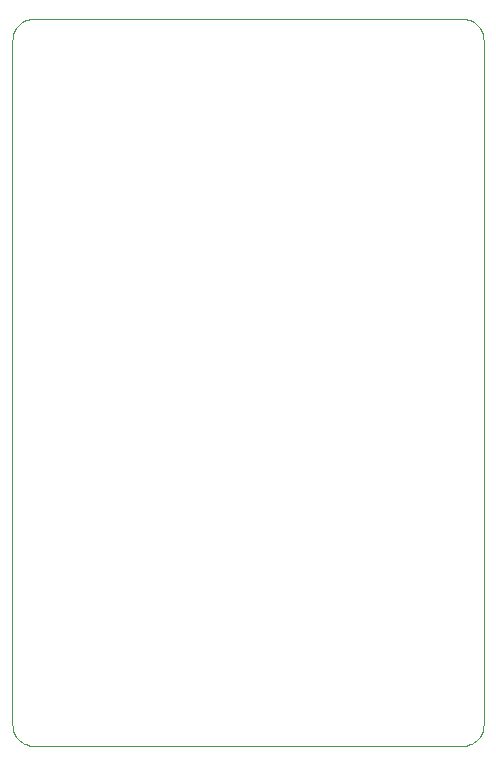
<source format=gbr>
%TF.GenerationSoftware,KiCad,Pcbnew,(6.0.7)*%
%TF.CreationDate,2022-09-06T18:29:54-05:00*%
%TF.ProjectId,BsidesKC 2022 Poster - Simple,42736964-6573-44b4-9320-323032322050,rev?*%
%TF.SameCoordinates,Original*%
%TF.FileFunction,Profile,NP*%
%FSLAX46Y46*%
G04 Gerber Fmt 4.6, Leading zero omitted, Abs format (unit mm)*
G04 Created by KiCad (PCBNEW (6.0.7)) date 2022-09-06 18:29:54*
%MOMM*%
%LPD*%
G01*
G04 APERTURE LIST*
%TA.AperFunction,Profile*%
%ADD10C,0.100000*%
%TD*%
G04 APERTURE END LIST*
D10*
X130902400Y-74563700D02*
X167080400Y-74563700D01*
X167080400Y-74563700D02*
X167270400Y-74572700D01*
X167270400Y-74572700D02*
X167455400Y-74600700D01*
X167455400Y-74600700D02*
X167633400Y-74646700D01*
X167633400Y-74646700D02*
X167804400Y-74708700D01*
X167804400Y-74708700D02*
X167966400Y-74786700D01*
X167966400Y-74786700D02*
X168119400Y-74879700D01*
X168119400Y-74879700D02*
X168262400Y-74985700D01*
X168262400Y-74985700D02*
X168393400Y-75105700D01*
X168393400Y-75105700D02*
X168513400Y-75237700D01*
X168513400Y-75237700D02*
X168619400Y-75379700D01*
X168619400Y-75379700D02*
X168712400Y-75532700D01*
X168712400Y-75532700D02*
X168790400Y-75695700D01*
X168790400Y-75695700D02*
X168852400Y-75865700D01*
X168852400Y-75865700D02*
X168898400Y-76043700D01*
X168898400Y-76043700D02*
X168926400Y-76228700D01*
X168926400Y-76228700D02*
X168935400Y-76418700D01*
X168935400Y-76418700D02*
X168935400Y-134299700D01*
X168935400Y-134299700D02*
X168926400Y-134489700D01*
X168926400Y-134489700D02*
X168898400Y-134674700D01*
X168898400Y-134674700D02*
X168852400Y-134852700D01*
X168852400Y-134852700D02*
X168790400Y-135023700D01*
X168790400Y-135023700D02*
X168712400Y-135185700D01*
X168712400Y-135185700D02*
X168619400Y-135338700D01*
X168619400Y-135338700D02*
X168513400Y-135481700D01*
X168513400Y-135481700D02*
X168393400Y-135612700D01*
X168393400Y-135612700D02*
X168262400Y-135732700D01*
X168262400Y-135732700D02*
X168119400Y-135838700D01*
X168119400Y-135838700D02*
X167966400Y-135931700D01*
X167966400Y-135931700D02*
X167804400Y-136009700D01*
X167804400Y-136009700D02*
X167633400Y-136071700D01*
X167633400Y-136071700D02*
X167455400Y-136117700D01*
X167455400Y-136117700D02*
X167270400Y-136145700D01*
X167270400Y-136145700D02*
X167080400Y-136154700D01*
X167080400Y-136154700D02*
X130902400Y-136154700D01*
X130902400Y-136154700D02*
X130712400Y-136145700D01*
X130712400Y-136145700D02*
X130528400Y-136117700D01*
X130528400Y-136117700D02*
X130349400Y-136071700D01*
X130349400Y-136071700D02*
X130179400Y-136009700D01*
X130179400Y-136009700D02*
X130017400Y-135931700D01*
X130017400Y-135931700D02*
X129864400Y-135838700D01*
X129864400Y-135838700D02*
X129721400Y-135732700D01*
X129721400Y-135732700D02*
X129589400Y-135612700D01*
X129589400Y-135612700D02*
X129470400Y-135481700D01*
X129470400Y-135481700D02*
X129363400Y-135338700D01*
X129363400Y-135338700D02*
X129270400Y-135185700D01*
X129270400Y-135185700D02*
X129192400Y-135023700D01*
X129192400Y-135023700D02*
X129130400Y-134852700D01*
X129130400Y-134852700D02*
X129085400Y-134674700D01*
X129085400Y-134674700D02*
X129057400Y-134489700D01*
X129057400Y-134489700D02*
X129047400Y-134299700D01*
X129047400Y-134299700D02*
X129047400Y-76418700D01*
X129047400Y-76418700D02*
X129057400Y-76228700D01*
X129057400Y-76228700D02*
X129085400Y-76043700D01*
X129085400Y-76043700D02*
X129130400Y-75865700D01*
X129130400Y-75865700D02*
X129192400Y-75695700D01*
X129192400Y-75695700D02*
X129270400Y-75532700D01*
X129270400Y-75532700D02*
X129363400Y-75379700D01*
X129363400Y-75379700D02*
X129470400Y-75237700D01*
X129470400Y-75237700D02*
X129589400Y-75105700D01*
X129589400Y-75105700D02*
X129721400Y-74985700D01*
X129721400Y-74985700D02*
X129864400Y-74879700D01*
X129864400Y-74879700D02*
X130017400Y-74786700D01*
X130017400Y-74786700D02*
X130179400Y-74708700D01*
X130179400Y-74708700D02*
X130349400Y-74646700D01*
X130349400Y-74646700D02*
X130528400Y-74600700D01*
X130528400Y-74600700D02*
X130712400Y-74572700D01*
X130712400Y-74572700D02*
X130902400Y-74563700D01*
X130902400Y-74563700D02*
X130902400Y-74563700D01*
X130902400Y-74563700D02*
X130902400Y-74563700D01*
M02*

</source>
